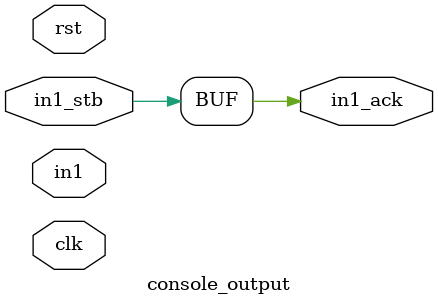
<source format=v>


module console_output #(
  parameter bits=16
) (
  input clk,
  input rst,

  input [bits-1:0] in1,
  input in1_stb,
  output in1_ack
);


  always @(posedge clk)
  begin
    if (in1_stb) begin
      $display(in1);
    end
  end
  assign in1_ack = in1_stb;

endmodule

</source>
